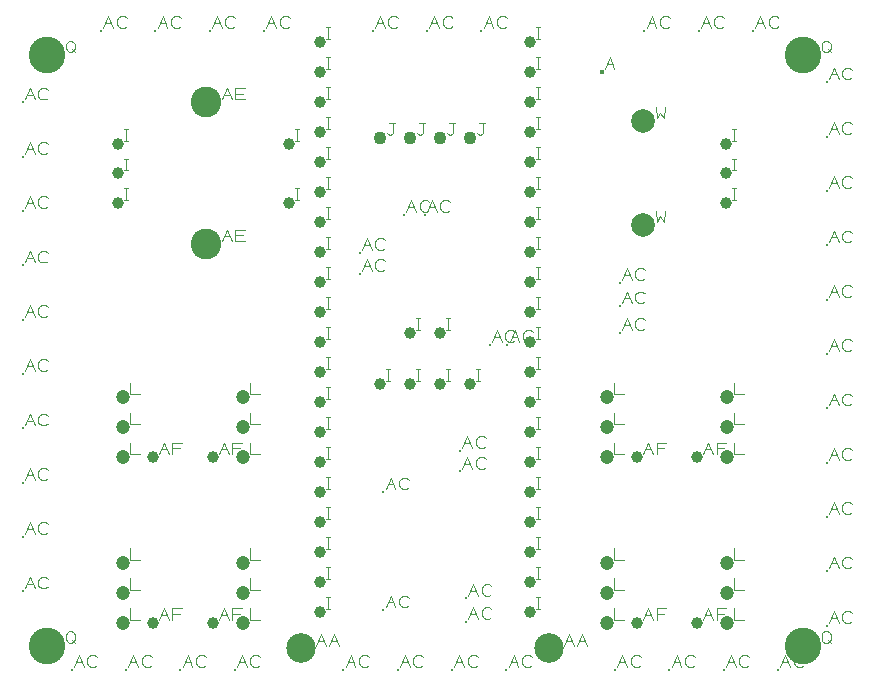
<source format=gbr>
G04 GENERATED BY PULSONIX 12.5 GERBER.DLL 9449*
G04 #@! TF.GenerationSoftware,Pulsonix,Pulsonix,12.5.9449*
G04 #@! TF.CreationDate,2025-01-20T21:22:03--1:00*
G04 #@! TF.Part,Single*
%FSLAX35Y35*%
%LPD*%
%MOMM*%
G04 #@! TF.FileFunction,Drillmap*
G04 #@! TF.FilePolarity,Positive*
G04 #@! TA.AperFunction,ComponentPad*
%ADD73C,2.00000*%
G04 #@! TA.AperFunction,ViaPad*
%ADD76C,0.30000*%
G04 #@! TD.AperFunction*
%ADD77C,0.10000*%
G04 #@! TA.AperFunction,ViaPad*
%ADD78C,0.40000*%
%ADD79C,3.10000*%
G04 #@! TA.AperFunction,ComponentPad*
%ADD80C,1.00000*%
%ADD81C,2.60000*%
%ADD82C,1.10000*%
%ADD83C,1.20000*%
%ADD84C,2.50000*%
G04 #@! TD.AperFunction*
X0Y0D02*
D02*
D73*
X5800000Y4185000D03*
Y5065000D03*
D02*
D76*
X545800Y1085000D03*
Y1545000D03*
Y2005000D03*
Y2465000D03*
Y2925000D03*
Y3385000D03*
Y3845000D03*
Y4305000D03*
Y4765000D03*
Y5225000D03*
X962008Y420800D03*
X1210000Y5829200D03*
X1422008Y420800D03*
X1670000Y5829200D03*
X1882008Y420800D03*
X2130000Y5829200D03*
X2342008Y420800D03*
X2590000Y5829200D03*
X3262008Y420800D03*
X3400000Y3775000D03*
Y3950000D03*
X3510000Y5829200D03*
X3600000Y925000D03*
Y1925000D03*
X3722008Y420800D03*
X3775000Y4275000D03*
X3950000D03*
X3970000Y5829200D03*
X4182008Y420800D03*
X4250000Y2100000D03*
Y2275000D03*
X4300000Y825000D03*
Y1025000D03*
X4430000Y5829200D03*
X4500000Y3175000D03*
X4642008Y420800D03*
X4650000Y3175000D03*
X5562008Y420800D03*
X5600000Y3275000D03*
Y3500000D03*
Y3700000D03*
X5810000Y5829200D03*
X6022008Y420800D03*
X6270000Y5829200D03*
X6482008Y420800D03*
X6730000Y5829200D03*
X6942008Y420800D03*
X7354200Y795558D03*
Y1255558D03*
Y1715558D03*
Y2175558D03*
Y2635558D03*
Y3095558D03*
Y3555558D03*
Y4015558D03*
Y4475558D03*
Y4935558D03*
Y5395558D03*
D02*
D77*
X565800Y1109706D02*
X606976Y1208529D01*
X648153Y1109706D01*
X582271Y1150882D02*
X631682Y1150882D01*
X761553Y1126176D02*
X753318Y1117941D01*
X736847Y1109706D01*
X712141D01*
X695671Y1117941D01*
X687435Y1126176D01*
X679200Y1142647D01*
Y1175588D01*
X687435Y1192059D01*
X695671Y1200294D01*
X712141Y1208529D01*
X736847D01*
X753318Y1200294D01*
X761553Y1192059D01*
X565800Y1569706D02*
X606976Y1668529D01*
X648153Y1569706D01*
X582271Y1610882D02*
X631682Y1610882D01*
X761553Y1586176D02*
X753318Y1577941D01*
X736847Y1569706D01*
X712141D01*
X695671Y1577941D01*
X687435Y1586176D01*
X679200Y1602647D01*
Y1635588D01*
X687435Y1652059D01*
X695671Y1660294D01*
X712141Y1668529D01*
X736847D01*
X753318Y1660294D01*
X761553Y1652059D01*
X565800Y2029706D02*
X606976Y2128529D01*
X648153Y2029706D01*
X582271Y2070882D02*
X631682Y2070882D01*
X761553Y2046176D02*
X753318Y2037941D01*
X736847Y2029706D01*
X712141D01*
X695671Y2037941D01*
X687435Y2046176D01*
X679200Y2062647D01*
Y2095588D01*
X687435Y2112059D01*
X695671Y2120294D01*
X712141Y2128529D01*
X736847D01*
X753318Y2120294D01*
X761553Y2112059D01*
X565800Y2489706D02*
X606976Y2588529D01*
X648153Y2489706D01*
X582271Y2530882D02*
X631682Y2530882D01*
X761553Y2506176D02*
X753318Y2497941D01*
X736847Y2489706D01*
X712141D01*
X695671Y2497941D01*
X687435Y2506176D01*
X679200Y2522647D01*
Y2555588D01*
X687435Y2572059D01*
X695671Y2580294D01*
X712141Y2588529D01*
X736847D01*
X753318Y2580294D01*
X761553Y2572059D01*
X565800Y2949706D02*
X606976Y3048529D01*
X648153Y2949706D01*
X582271Y2990882D02*
X631682Y2990882D01*
X761553Y2966176D02*
X753318Y2957941D01*
X736847Y2949706D01*
X712141D01*
X695671Y2957941D01*
X687435Y2966176D01*
X679200Y2982647D01*
Y3015588D01*
X687435Y3032059D01*
X695671Y3040294D01*
X712141Y3048529D01*
X736847D01*
X753318Y3040294D01*
X761553Y3032059D01*
X565800Y3409706D02*
X606976Y3508529D01*
X648153Y3409706D01*
X582271Y3450882D02*
X631682Y3450882D01*
X761553Y3426176D02*
X753318Y3417941D01*
X736847Y3409706D01*
X712141D01*
X695671Y3417941D01*
X687435Y3426176D01*
X679200Y3442647D01*
Y3475588D01*
X687435Y3492059D01*
X695671Y3500294D01*
X712141Y3508529D01*
X736847D01*
X753318Y3500294D01*
X761553Y3492059D01*
X565800Y3869706D02*
X606976Y3968529D01*
X648153Y3869706D01*
X582271Y3910882D02*
X631682Y3910882D01*
X761553Y3886176D02*
X753318Y3877941D01*
X736847Y3869706D01*
X712141D01*
X695671Y3877941D01*
X687435Y3886176D01*
X679200Y3902647D01*
Y3935588D01*
X687435Y3952059D01*
X695671Y3960294D01*
X712141Y3968529D01*
X736847D01*
X753318Y3960294D01*
X761553Y3952059D01*
X565800Y4329706D02*
X606976Y4428529D01*
X648153Y4329706D01*
X582271Y4370882D02*
X631682Y4370882D01*
X761553Y4346176D02*
X753318Y4337941D01*
X736847Y4329706D01*
X712141D01*
X695671Y4337941D01*
X687435Y4346176D01*
X679200Y4362647D01*
Y4395588D01*
X687435Y4412059D01*
X695671Y4420294D01*
X712141Y4428529D01*
X736847D01*
X753318Y4420294D01*
X761553Y4412059D01*
X565800Y4789706D02*
X606976Y4888529D01*
X648153Y4789706D01*
X582271Y4830882D02*
X631682Y4830882D01*
X761553Y4806176D02*
X753318Y4797941D01*
X736847Y4789706D01*
X712141D01*
X695671Y4797941D01*
X687435Y4806176D01*
X679200Y4822647D01*
Y4855588D01*
X687435Y4872059D01*
X695671Y4880294D01*
X712141Y4888529D01*
X736847D01*
X753318Y4880294D01*
X761553Y4872059D01*
X565800Y5249706D02*
X606976Y5348529D01*
X648153Y5249706D01*
X582271Y5290882D02*
X631682Y5290882D01*
X761553Y5266176D02*
X753318Y5257941D01*
X736847Y5249706D01*
X712141D01*
X695671Y5257941D01*
X687435Y5266176D01*
X679200Y5282647D01*
Y5315588D01*
X687435Y5332059D01*
X695671Y5340294D01*
X712141Y5348529D01*
X736847D01*
X753318Y5340294D01*
X761553Y5332059D01*
X910000Y682647D02*
X910000Y715588D01*
X918235Y732059D01*
X926471Y740294D01*
X942941Y748529D01*
X959412D01*
X975882Y740294D01*
X984118Y732059D01*
X992353Y715588D01*
Y682647D01*
X984118Y666176D01*
X975882Y657941D01*
X959412Y649706D01*
X942941D01*
X926471Y657941D01*
X918235Y666176D01*
X910000Y682647D01*
X967647Y674412D02*
X992353Y649706D01*
X910000Y5682647D02*
X910000Y5715588D01*
X918235Y5732059D01*
X926471Y5740294D01*
X942941Y5748529D01*
X959412D01*
X975882Y5740294D01*
X984118Y5732059D01*
X992353Y5715588D01*
Y5682647D01*
X984118Y5666176D01*
X975882Y5657941D01*
X959412Y5649706D01*
X942941D01*
X926471Y5657941D01*
X918235Y5666176D01*
X910000Y5682647D01*
X967647Y5674412D02*
X992353Y5649706D01*
X982008Y445506D02*
X1023184Y544329D01*
X1064361Y445506D01*
X998479Y486682D02*
X1047890Y486682D01*
X1177761Y461976D02*
X1169526Y453741D01*
X1153055Y445506D01*
X1128349D01*
X1111879Y453741D01*
X1103643Y461976D01*
X1095408Y478447D01*
Y511388D01*
X1103643Y527859D01*
X1111879Y536094D01*
X1128349Y544329D01*
X1153055D01*
X1169526Y536094D01*
X1177761Y527859D01*
X1230000Y5853906D02*
X1271176Y5952729D01*
X1312353Y5853906D01*
X1246471Y5895082D02*
X1295882Y5895082D01*
X1425753Y5870376D02*
X1417518Y5862141D01*
X1401047Y5853906D01*
X1376341D01*
X1359871Y5862141D01*
X1351635Y5870376D01*
X1343400Y5886847D01*
Y5919788D01*
X1351635Y5936259D01*
X1359871Y5944494D01*
X1376341Y5952729D01*
X1401047D01*
X1417518Y5944494D01*
X1425753Y5936259D01*
X1405000Y4399706D02*
X1437941Y4399706D01*
X1421471D02*
X1421471Y4498529D01*
X1405000D02*
X1437941Y4498529D01*
X1405000Y4649706D02*
X1437941Y4649706D01*
X1421471D02*
X1421471Y4748529D01*
X1405000D02*
X1437941Y4748529D01*
X1405000Y4899706D02*
X1437941Y4899706D01*
X1421471D02*
X1421471Y4998529D01*
X1405000D02*
X1437941Y4998529D01*
X1442008Y445506D02*
X1483184Y544329D01*
X1524361Y445506D01*
X1458479Y486682D02*
X1507890Y486682D01*
X1637761Y461976D02*
X1629526Y453741D01*
X1613055Y445506D01*
X1588349D01*
X1571879Y453741D01*
X1563643Y461976D01*
X1555408Y478447D01*
Y511388D01*
X1563643Y527859D01*
X1571879Y536094D01*
X1588349Y544329D01*
X1613055D01*
X1629526Y536094D01*
X1637761Y527859D01*
X1457000Y944529D02*
X1457000Y845706D01*
X1539353D01*
X1457000Y1198529D02*
X1457000Y1099706D01*
X1539353D01*
X1457000Y1452529D02*
X1457000Y1353706D01*
X1539353D01*
X1457000Y2344529D02*
X1457000Y2245706D01*
X1539353D01*
X1457000Y2598529D02*
X1457000Y2499706D01*
X1539353D01*
X1457000Y2852529D02*
X1457000Y2753706D01*
X1539353D01*
X1690000Y5853906D02*
X1731176Y5952729D01*
X1772353Y5853906D01*
X1706471Y5895082D02*
X1755882Y5895082D01*
X1885753Y5870376D02*
X1877518Y5862141D01*
X1861047Y5853906D01*
X1836341D01*
X1819871Y5862141D01*
X1811635Y5870376D01*
X1803400Y5886847D01*
Y5919788D01*
X1811635Y5936259D01*
X1819871Y5944494D01*
X1836341Y5952729D01*
X1861047D01*
X1877518Y5944494D01*
X1885753Y5936259D01*
X1701000Y845706D02*
X1742176Y944529D01*
X1783353Y845706D01*
X1717471Y886882D02*
X1766882Y886882D01*
X1814400Y845706D02*
X1814400Y944529D01*
X1896753D01*
X1880282Y895118D02*
X1814400Y895118D01*
X1701000Y2245706D02*
X1742176Y2344529D01*
X1783353Y2245706D01*
X1717471Y2286882D02*
X1766882Y2286882D01*
X1814400Y2245706D02*
X1814400Y2344529D01*
X1896753D01*
X1880282Y2295118D02*
X1814400Y2295118D01*
X1902008Y445506D02*
X1943184Y544329D01*
X1984361Y445506D01*
X1918479Y486682D02*
X1967890Y486682D01*
X2097761Y461976D02*
X2089526Y453741D01*
X2073055Y445506D01*
X2048349D01*
X2031879Y453741D01*
X2023643Y461976D01*
X2015408Y478447D01*
Y511388D01*
X2023643Y527859D01*
X2031879Y536094D01*
X2048349Y544329D01*
X2073055D01*
X2089526Y536094D01*
X2097761Y527859D01*
X2150000Y5853906D02*
X2191176Y5952729D01*
X2232353Y5853906D01*
X2166471Y5895082D02*
X2215882Y5895082D01*
X2345753Y5870376D02*
X2337518Y5862141D01*
X2321047Y5853906D01*
X2296341D01*
X2279871Y5862141D01*
X2271635Y5870376D01*
X2263400Y5886847D01*
Y5919788D01*
X2271635Y5936259D01*
X2279871Y5944494D01*
X2296341Y5952729D01*
X2321047D01*
X2337518Y5944494D01*
X2345753Y5936259D01*
X2209000Y845706D02*
X2250176Y944529D01*
X2291353Y845706D01*
X2225471Y886882D02*
X2274882Y886882D01*
X2322400Y845706D02*
X2322400Y944529D01*
X2404753D01*
X2388282Y895118D02*
X2322400Y895118D01*
X2209000Y2245706D02*
X2250176Y2344529D01*
X2291353Y2245706D01*
X2225471Y2286882D02*
X2274882Y2286882D01*
X2322400Y2245706D02*
X2322400Y2344529D01*
X2404753D01*
X2388282Y2295118D02*
X2322400Y2295118D01*
X2235000Y4049706D02*
X2276176Y4148529D01*
X2317353Y4049706D01*
X2251471Y4090882D02*
X2300882Y4090882D01*
X2348400Y4049706D02*
X2348400Y4148529D01*
X2430753D01*
X2414282Y4099118D02*
X2348400Y4099118D01*
Y4049706D02*
X2430753Y4049706D01*
X2235000Y5249706D02*
X2276176Y5348529D01*
X2317353Y5249706D01*
X2251471Y5290882D02*
X2300882Y5290882D01*
X2348400Y5249706D02*
X2348400Y5348529D01*
X2430753D01*
X2414282Y5299118D02*
X2348400Y5299118D01*
Y5249706D02*
X2430753Y5249706D01*
X2362008Y445506D02*
X2403184Y544329D01*
X2444361Y445506D01*
X2378479Y486682D02*
X2427890Y486682D01*
X2557761Y461976D02*
X2549526Y453741D01*
X2533055Y445506D01*
X2508349D01*
X2491879Y453741D01*
X2483643Y461976D01*
X2475408Y478447D01*
Y511388D01*
X2483643Y527859D01*
X2491879Y536094D01*
X2508349Y544329D01*
X2533055D01*
X2549526Y536094D01*
X2557761Y527859D01*
X2473000Y944529D02*
X2473000Y845706D01*
X2555353D01*
X2473000Y1198529D02*
X2473000Y1099706D01*
X2555353D01*
X2473000Y1452529D02*
X2473000Y1353706D01*
X2555353D01*
X2473000Y2344529D02*
X2473000Y2245706D01*
X2555353D01*
X2473000Y2598529D02*
X2473000Y2499706D01*
X2555353D01*
X2473000Y2852529D02*
X2473000Y2753706D01*
X2555353D01*
X2610000Y5853906D02*
X2651176Y5952729D01*
X2692353Y5853906D01*
X2626471Y5895082D02*
X2675882Y5895082D01*
X2805753Y5870376D02*
X2797518Y5862141D01*
X2781047Y5853906D01*
X2756341D01*
X2739871Y5862141D01*
X2731635Y5870376D01*
X2723400Y5886847D01*
Y5919788D01*
X2731635Y5936259D01*
X2739871Y5944494D01*
X2756341Y5952729D01*
X2781047D01*
X2797518Y5944494D01*
X2805753Y5936259D01*
X2855000Y4399706D02*
X2887941Y4399706D01*
X2871471D02*
X2871471Y4498529D01*
X2855000D02*
X2887941Y4498529D01*
X2855000Y4899706D02*
X2887941Y4899706D01*
X2871471D02*
X2871471Y4998529D01*
X2855000D02*
X2887941Y4998529D01*
X3030000Y626206D02*
X3071176Y725029D01*
X3112353Y626206D01*
X3046471Y667382D02*
X3095882Y667382D01*
X3143400Y626206D02*
X3184576Y725029D01*
X3225753Y626206D01*
X3159871Y667382D02*
X3209282Y667382D01*
X3116000Y936706D02*
X3148941Y936706D01*
X3132471D02*
X3132471Y1035529D01*
X3116000D02*
X3148941Y1035529D01*
X3116000Y1190706D02*
X3148941Y1190706D01*
X3132471D02*
X3132471Y1289529D01*
X3116000D02*
X3148941Y1289529D01*
X3116000Y1444706D02*
X3148941Y1444706D01*
X3132471D02*
X3132471Y1543529D01*
X3116000D02*
X3148941Y1543529D01*
X3116000Y1698706D02*
X3148941Y1698706D01*
X3132471D02*
X3132471Y1797529D01*
X3116000D02*
X3148941Y1797529D01*
X3116000Y1952706D02*
X3148941Y1952706D01*
X3132471D02*
X3132471Y2051529D01*
X3116000D02*
X3148941Y2051529D01*
X3116000Y2206706D02*
X3148941Y2206706D01*
X3132471D02*
X3132471Y2305529D01*
X3116000D02*
X3148941Y2305529D01*
X3116000Y2460706D02*
X3148941Y2460706D01*
X3132471D02*
X3132471Y2559529D01*
X3116000D02*
X3148941Y2559529D01*
X3116000Y2714706D02*
X3148941Y2714706D01*
X3132471D02*
X3132471Y2813529D01*
X3116000D02*
X3148941Y2813529D01*
X3116000Y2968706D02*
X3148941Y2968706D01*
X3132471D02*
X3132471Y3067529D01*
X3116000D02*
X3148941Y3067529D01*
X3116000Y3222706D02*
X3148941Y3222706D01*
X3132471D02*
X3132471Y3321529D01*
X3116000D02*
X3148941Y3321529D01*
X3116000Y3476706D02*
X3148941Y3476706D01*
X3132471D02*
X3132471Y3575529D01*
X3116000D02*
X3148941Y3575529D01*
X3116000Y3730706D02*
X3148941Y3730706D01*
X3132471D02*
X3132471Y3829529D01*
X3116000D02*
X3148941Y3829529D01*
X3116000Y3984706D02*
X3148941Y3984706D01*
X3132471D02*
X3132471Y4083529D01*
X3116000D02*
X3148941Y4083529D01*
X3116000Y4238706D02*
X3148941Y4238706D01*
X3132471D02*
X3132471Y4337529D01*
X3116000D02*
X3148941Y4337529D01*
X3116000Y4492706D02*
X3148941Y4492706D01*
X3132471D02*
X3132471Y4591529D01*
X3116000D02*
X3148941Y4591529D01*
X3116000Y4746706D02*
X3148941Y4746706D01*
X3132471D02*
X3132471Y4845529D01*
X3116000D02*
X3148941Y4845529D01*
X3116000Y5000706D02*
X3148941Y5000706D01*
X3132471D02*
X3132471Y5099529D01*
X3116000D02*
X3148941Y5099529D01*
X3116000Y5254706D02*
X3148941Y5254706D01*
X3132471D02*
X3132471Y5353529D01*
X3116000D02*
X3148941Y5353529D01*
X3116000Y5508706D02*
X3148941Y5508706D01*
X3132471D02*
X3132471Y5607529D01*
X3116000D02*
X3148941Y5607529D01*
X3116000Y5762706D02*
X3148941Y5762706D01*
X3132471D02*
X3132471Y5861529D01*
X3116000D02*
X3148941Y5861529D01*
X3282008Y445506D02*
X3323184Y544329D01*
X3364361Y445506D01*
X3298479Y486682D02*
X3347890Y486682D01*
X3477761Y461976D02*
X3469526Y453741D01*
X3453055Y445506D01*
X3428349D01*
X3411879Y453741D01*
X3403643Y461976D01*
X3395408Y478447D01*
Y511388D01*
X3403643Y527859D01*
X3411879Y536094D01*
X3428349Y544329D01*
X3453055D01*
X3469526Y536094D01*
X3477761Y527859D01*
X3420000Y3799706D02*
X3461176Y3898529D01*
X3502353Y3799706D01*
X3436471Y3840882D02*
X3485882Y3840882D01*
X3615753Y3816176D02*
X3607518Y3807941D01*
X3591047Y3799706D01*
X3566341D01*
X3549871Y3807941D01*
X3541635Y3816176D01*
X3533400Y3832647D01*
Y3865588D01*
X3541635Y3882059D01*
X3549871Y3890294D01*
X3566341Y3898529D01*
X3591047D01*
X3607518Y3890294D01*
X3615753Y3882059D01*
X3420000Y3974706D02*
X3461176Y4073529D01*
X3502353Y3974706D01*
X3436471Y4015882D02*
X3485882Y4015882D01*
X3615753Y3991176D02*
X3607518Y3982941D01*
X3591047Y3974706D01*
X3566341D01*
X3549871Y3982941D01*
X3541635Y3991176D01*
X3533400Y4007647D01*
Y4040588D01*
X3541635Y4057059D01*
X3549871Y4065294D01*
X3566341Y4073529D01*
X3591047D01*
X3607518Y4065294D01*
X3615753Y4057059D01*
X3530000Y5853906D02*
X3571176Y5952729D01*
X3612353Y5853906D01*
X3546471Y5895082D02*
X3595882Y5895082D01*
X3725753Y5870376D02*
X3717518Y5862141D01*
X3701047Y5853906D01*
X3676341D01*
X3659871Y5862141D01*
X3651635Y5870376D01*
X3643400Y5886847D01*
Y5919788D01*
X3651635Y5936259D01*
X3659871Y5944494D01*
X3676341Y5952729D01*
X3701047D01*
X3717518Y5944494D01*
X3725753Y5936259D01*
X3620000Y949706D02*
X3661176Y1048529D01*
X3702353Y949706D01*
X3636471Y990882D02*
X3685882Y990882D01*
X3815753Y966176D02*
X3807518Y957941D01*
X3791047Y949706D01*
X3766341D01*
X3749871Y957941D01*
X3741635Y966176D01*
X3733400Y982647D01*
Y1015588D01*
X3741635Y1032059D01*
X3749871Y1040294D01*
X3766341Y1048529D01*
X3791047D01*
X3807518Y1040294D01*
X3815753Y1032059D01*
X3620000Y1949706D02*
X3661176Y2048529D01*
X3702353Y1949706D01*
X3636471Y1990882D02*
X3685882Y1990882D01*
X3815753Y1966176D02*
X3807518Y1957941D01*
X3791047Y1949706D01*
X3766341D01*
X3749871Y1957941D01*
X3741635Y1966176D01*
X3733400Y1982647D01*
Y2015588D01*
X3741635Y2032059D01*
X3749871Y2040294D01*
X3766341Y2048529D01*
X3791047D01*
X3807518Y2040294D01*
X3815753Y2032059D01*
X3624000Y2866206D02*
X3656941Y2866206D01*
X3640471D02*
X3640471Y2965029D01*
X3624000D02*
X3656941Y2965029D01*
X3629000Y4966176D02*
X3637235Y4957941D01*
X3653706Y4949706D01*
X3670176Y4957941D01*
X3678412Y4966176D01*
Y5048529D01*
X3694882D01*
X3678412D02*
X3645471Y5048529D01*
X3742008Y445506D02*
X3783184Y544329D01*
X3824361Y445506D01*
X3758479Y486682D02*
X3807890Y486682D01*
X3937761Y461976D02*
X3929526Y453741D01*
X3913055Y445506D01*
X3888349D01*
X3871879Y453741D01*
X3863643Y461976D01*
X3855408Y478447D01*
Y511388D01*
X3863643Y527859D01*
X3871879Y536094D01*
X3888349Y544329D01*
X3913055D01*
X3929526Y536094D01*
X3937761Y527859D01*
X3795000Y4299706D02*
X3836176Y4398529D01*
X3877353Y4299706D01*
X3811471Y4340882D02*
X3860882Y4340882D01*
X3990753Y4316176D02*
X3982518Y4307941D01*
X3966047Y4299706D01*
X3941341D01*
X3924871Y4307941D01*
X3916635Y4316176D01*
X3908400Y4332647D01*
Y4365588D01*
X3916635Y4382059D01*
X3924871Y4390294D01*
X3941341Y4398529D01*
X3966047D01*
X3982518Y4390294D01*
X3990753Y4382059D01*
X3878000Y2866206D02*
X3910941Y2866206D01*
X3894471D02*
X3894471Y2965029D01*
X3878000D02*
X3910941Y2965029D01*
X3878000Y3299706D02*
X3910941Y3299706D01*
X3894471D02*
X3894471Y3398529D01*
X3878000D02*
X3910941Y3398529D01*
X3883000Y4966176D02*
X3891235Y4957941D01*
X3907706Y4949706D01*
X3924176Y4957941D01*
X3932412Y4966176D01*
Y5048529D01*
X3948882D01*
X3932412D02*
X3899471Y5048529D01*
X3970000Y4299706D02*
X4011176Y4398529D01*
X4052353Y4299706D01*
X3986471Y4340882D02*
X4035882Y4340882D01*
X4165753Y4316176D02*
X4157518Y4307941D01*
X4141047Y4299706D01*
X4116341D01*
X4099871Y4307941D01*
X4091635Y4316176D01*
X4083400Y4332647D01*
Y4365588D01*
X4091635Y4382059D01*
X4099871Y4390294D01*
X4116341Y4398529D01*
X4141047D01*
X4157518Y4390294D01*
X4165753Y4382059D01*
X3990000Y5853906D02*
X4031176Y5952729D01*
X4072353Y5853906D01*
X4006471Y5895082D02*
X4055882Y5895082D01*
X4185753Y5870376D02*
X4177518Y5862141D01*
X4161047Y5853906D01*
X4136341D01*
X4119871Y5862141D01*
X4111635Y5870376D01*
X4103400Y5886847D01*
Y5919788D01*
X4111635Y5936259D01*
X4119871Y5944494D01*
X4136341Y5952729D01*
X4161047D01*
X4177518Y5944494D01*
X4185753Y5936259D01*
X4132000Y2866206D02*
X4164941Y2866206D01*
X4148471D02*
X4148471Y2965029D01*
X4132000D02*
X4164941Y2965029D01*
X4132000Y3299706D02*
X4164941Y3299706D01*
X4148471D02*
X4148471Y3398529D01*
X4132000D02*
X4164941Y3398529D01*
X4137000Y4966176D02*
X4145235Y4957941D01*
X4161706Y4949706D01*
X4178176Y4957941D01*
X4186412Y4966176D01*
Y5048529D01*
X4202882D01*
X4186412D02*
X4153471Y5048529D01*
X4202008Y445506D02*
X4243184Y544329D01*
X4284361Y445506D01*
X4218479Y486682D02*
X4267890Y486682D01*
X4397761Y461976D02*
X4389526Y453741D01*
X4373055Y445506D01*
X4348349D01*
X4331879Y453741D01*
X4323643Y461976D01*
X4315408Y478447D01*
Y511388D01*
X4323643Y527859D01*
X4331879Y536094D01*
X4348349Y544329D01*
X4373055D01*
X4389526Y536094D01*
X4397761Y527859D01*
X4270000Y2124706D02*
X4311176Y2223529D01*
X4352353Y2124706D01*
X4286471Y2165882D02*
X4335882Y2165882D01*
X4465753Y2141176D02*
X4457518Y2132941D01*
X4441047Y2124706D01*
X4416341D01*
X4399871Y2132941D01*
X4391635Y2141176D01*
X4383400Y2157647D01*
Y2190588D01*
X4391635Y2207059D01*
X4399871Y2215294D01*
X4416341Y2223529D01*
X4441047D01*
X4457518Y2215294D01*
X4465753Y2207059D01*
X4270000Y2299706D02*
X4311176Y2398529D01*
X4352353Y2299706D01*
X4286471Y2340882D02*
X4335882Y2340882D01*
X4465753Y2316176D02*
X4457518Y2307941D01*
X4441047Y2299706D01*
X4416341D01*
X4399871Y2307941D01*
X4391635Y2316176D01*
X4383400Y2332647D01*
Y2365588D01*
X4391635Y2382059D01*
X4399871Y2390294D01*
X4416341Y2398529D01*
X4441047D01*
X4457518Y2390294D01*
X4465753Y2382059D01*
X4320000Y849706D02*
X4361176Y948529D01*
X4402353Y849706D01*
X4336471Y890882D02*
X4385882Y890882D01*
X4515753Y866176D02*
X4507518Y857941D01*
X4491047Y849706D01*
X4466341D01*
X4449871Y857941D01*
X4441635Y866176D01*
X4433400Y882647D01*
Y915588D01*
X4441635Y932059D01*
X4449871Y940294D01*
X4466341Y948529D01*
X4491047D01*
X4507518Y940294D01*
X4515753Y932059D01*
X4320000Y1049706D02*
X4361176Y1148529D01*
X4402353Y1049706D01*
X4336471Y1090882D02*
X4385882Y1090882D01*
X4515753Y1066176D02*
X4507518Y1057941D01*
X4491047Y1049706D01*
X4466341D01*
X4449871Y1057941D01*
X4441635Y1066176D01*
X4433400Y1082647D01*
Y1115588D01*
X4441635Y1132059D01*
X4449871Y1140294D01*
X4466341Y1148529D01*
X4491047D01*
X4507518Y1140294D01*
X4515753Y1132059D01*
X4386000Y2866206D02*
X4418941Y2866206D01*
X4402471D02*
X4402471Y2965029D01*
X4386000D02*
X4418941Y2965029D01*
X4391000Y4966176D02*
X4399235Y4957941D01*
X4415706Y4949706D01*
X4432176Y4957941D01*
X4440412Y4966176D01*
Y5048529D01*
X4456882D01*
X4440412D02*
X4407471Y5048529D01*
X4450000Y5853906D02*
X4491176Y5952729D01*
X4532353Y5853906D01*
X4466471Y5895082D02*
X4515882Y5895082D01*
X4645753Y5870376D02*
X4637518Y5862141D01*
X4621047Y5853906D01*
X4596341D01*
X4579871Y5862141D01*
X4571635Y5870376D01*
X4563400Y5886847D01*
Y5919788D01*
X4571635Y5936259D01*
X4579871Y5944494D01*
X4596341Y5952729D01*
X4621047D01*
X4637518Y5944494D01*
X4645753Y5936259D01*
X4520000Y3199706D02*
X4561176Y3298529D01*
X4602353Y3199706D01*
X4536471Y3240882D02*
X4585882Y3240882D01*
X4715753Y3216176D02*
X4707518Y3207941D01*
X4691047Y3199706D01*
X4666341D01*
X4649871Y3207941D01*
X4641635Y3216176D01*
X4633400Y3232647D01*
Y3265588D01*
X4641635Y3282059D01*
X4649871Y3290294D01*
X4666341Y3298529D01*
X4691047D01*
X4707518Y3290294D01*
X4715753Y3282059D01*
X4662008Y445506D02*
X4703184Y544329D01*
X4744361Y445506D01*
X4678479Y486682D02*
X4727890Y486682D01*
X4857761Y461976D02*
X4849526Y453741D01*
X4833055Y445506D01*
X4808349D01*
X4791879Y453741D01*
X4783643Y461976D01*
X4775408Y478447D01*
Y511388D01*
X4783643Y527859D01*
X4791879Y536094D01*
X4808349Y544329D01*
X4833055D01*
X4849526Y536094D01*
X4857761Y527859D01*
X4670000Y3199706D02*
X4711176Y3298529D01*
X4752353Y3199706D01*
X4686471Y3240882D02*
X4735882Y3240882D01*
X4865753Y3216176D02*
X4857518Y3207941D01*
X4841047Y3199706D01*
X4816341D01*
X4799871Y3207941D01*
X4791635Y3216176D01*
X4783400Y3232647D01*
Y3265588D01*
X4791635Y3282059D01*
X4799871Y3290294D01*
X4816341Y3298529D01*
X4841047D01*
X4857518Y3290294D01*
X4865753Y3282059D01*
X4894000Y936706D02*
X4926941Y936706D01*
X4910471D02*
X4910471Y1035529D01*
X4894000D02*
X4926941Y1035529D01*
X4894000Y1190706D02*
X4926941Y1190706D01*
X4910471D02*
X4910471Y1289529D01*
X4894000D02*
X4926941Y1289529D01*
X4894000Y1444706D02*
X4926941Y1444706D01*
X4910471D02*
X4910471Y1543529D01*
X4894000D02*
X4926941Y1543529D01*
X4894000Y1698706D02*
X4926941Y1698706D01*
X4910471D02*
X4910471Y1797529D01*
X4894000D02*
X4926941Y1797529D01*
X4894000Y1952706D02*
X4926941Y1952706D01*
X4910471D02*
X4910471Y2051529D01*
X4894000D02*
X4926941Y2051529D01*
X4894000Y2206706D02*
X4926941Y2206706D01*
X4910471D02*
X4910471Y2305529D01*
X4894000D02*
X4926941Y2305529D01*
X4894000Y2460706D02*
X4926941Y2460706D01*
X4910471D02*
X4910471Y2559529D01*
X4894000D02*
X4926941Y2559529D01*
X4894000Y2714706D02*
X4926941Y2714706D01*
X4910471D02*
X4910471Y2813529D01*
X4894000D02*
X4926941Y2813529D01*
X4894000Y2968706D02*
X4926941Y2968706D01*
X4910471D02*
X4910471Y3067529D01*
X4894000D02*
X4926941Y3067529D01*
X4894000Y3222706D02*
X4926941Y3222706D01*
X4910471D02*
X4910471Y3321529D01*
X4894000D02*
X4926941Y3321529D01*
X4894000Y3476706D02*
X4926941Y3476706D01*
X4910471D02*
X4910471Y3575529D01*
X4894000D02*
X4926941Y3575529D01*
X4894000Y3730706D02*
X4926941Y3730706D01*
X4910471D02*
X4910471Y3829529D01*
X4894000D02*
X4926941Y3829529D01*
X4894000Y3984706D02*
X4926941Y3984706D01*
X4910471D02*
X4910471Y4083529D01*
X4894000D02*
X4926941Y4083529D01*
X4894000Y4238706D02*
X4926941Y4238706D01*
X4910471D02*
X4910471Y4337529D01*
X4894000D02*
X4926941Y4337529D01*
X4894000Y4492706D02*
X4926941Y4492706D01*
X4910471D02*
X4910471Y4591529D01*
X4894000D02*
X4926941Y4591529D01*
X4894000Y4746706D02*
X4926941Y4746706D01*
X4910471D02*
X4910471Y4845529D01*
X4894000D02*
X4926941Y4845529D01*
X4894000Y5000706D02*
X4926941Y5000706D01*
X4910471D02*
X4910471Y5099529D01*
X4894000D02*
X4926941Y5099529D01*
X4894000Y5254706D02*
X4926941Y5254706D01*
X4910471D02*
X4910471Y5353529D01*
X4894000D02*
X4926941Y5353529D01*
X4894000Y5508706D02*
X4926941Y5508706D01*
X4910471D02*
X4910471Y5607529D01*
X4894000D02*
X4926941Y5607529D01*
X4894000Y5762706D02*
X4926941Y5762706D01*
X4910471D02*
X4910471Y5861529D01*
X4894000D02*
X4926941Y5861529D01*
X5130000Y626206D02*
X5171176Y725029D01*
X5212353Y626206D01*
X5146471Y667382D02*
X5195882Y667382D01*
X5243400Y626206D02*
X5284576Y725029D01*
X5325753Y626206D01*
X5259871Y667382D02*
X5309282Y667382D01*
X5475000Y5508706D02*
X5516176Y5607529D01*
X5557353Y5508706D01*
X5491471Y5549882D02*
X5540882Y5549882D01*
X5557000Y944529D02*
X5557000Y845706D01*
X5639353D01*
X5557000Y1198529D02*
X5557000Y1099706D01*
X5639353D01*
X5557000Y1452529D02*
X5557000Y1353706D01*
X5639353D01*
X5557000Y2344529D02*
X5557000Y2245706D01*
X5639353D01*
X5557000Y2598529D02*
X5557000Y2499706D01*
X5639353D01*
X5557000Y2852529D02*
X5557000Y2753706D01*
X5639353D01*
X5582008Y445506D02*
X5623184Y544329D01*
X5664361Y445506D01*
X5598479Y486682D02*
X5647890Y486682D01*
X5777761Y461976D02*
X5769526Y453741D01*
X5753055Y445506D01*
X5728349D01*
X5711879Y453741D01*
X5703643Y461976D01*
X5695408Y478447D01*
Y511388D01*
X5703643Y527859D01*
X5711879Y536094D01*
X5728349Y544329D01*
X5753055D01*
X5769526Y536094D01*
X5777761Y527859D01*
X5620000Y3299706D02*
X5661176Y3398529D01*
X5702353Y3299706D01*
X5636471Y3340882D02*
X5685882Y3340882D01*
X5815753Y3316176D02*
X5807518Y3307941D01*
X5791047Y3299706D01*
X5766341D01*
X5749871Y3307941D01*
X5741635Y3316176D01*
X5733400Y3332647D01*
Y3365588D01*
X5741635Y3382059D01*
X5749871Y3390294D01*
X5766341Y3398529D01*
X5791047D01*
X5807518Y3390294D01*
X5815753Y3382059D01*
X5620000Y3524706D02*
X5661176Y3623529D01*
X5702353Y3524706D01*
X5636471Y3565882D02*
X5685882Y3565882D01*
X5815753Y3541176D02*
X5807518Y3532941D01*
X5791047Y3524706D01*
X5766341D01*
X5749871Y3532941D01*
X5741635Y3541176D01*
X5733400Y3557647D01*
Y3590588D01*
X5741635Y3607059D01*
X5749871Y3615294D01*
X5766341Y3623529D01*
X5791047D01*
X5807518Y3615294D01*
X5815753Y3607059D01*
X5620000Y3724706D02*
X5661176Y3823529D01*
X5702353Y3724706D01*
X5636471Y3765882D02*
X5685882Y3765882D01*
X5815753Y3741176D02*
X5807518Y3732941D01*
X5791047Y3724706D01*
X5766341D01*
X5749871Y3732941D01*
X5741635Y3741176D01*
X5733400Y3757647D01*
Y3790588D01*
X5741635Y3807059D01*
X5749871Y3815294D01*
X5766341Y3823529D01*
X5791047D01*
X5807518Y3815294D01*
X5815753Y3807059D01*
X5801000Y845706D02*
X5842176Y944529D01*
X5883353Y845706D01*
X5817471Y886882D02*
X5866882Y886882D01*
X5914400Y845706D02*
X5914400Y944529D01*
X5996753D01*
X5980282Y895118D02*
X5914400Y895118D01*
X5801000Y2245706D02*
X5842176Y2344529D01*
X5883353Y2245706D01*
X5817471Y2286882D02*
X5866882Y2286882D01*
X5914400Y2245706D02*
X5914400Y2344529D01*
X5996753D01*
X5980282Y2295118D02*
X5914400Y2295118D01*
X5830000Y5853906D02*
X5871176Y5952729D01*
X5912353Y5853906D01*
X5846471Y5895082D02*
X5895882Y5895082D01*
X6025753Y5870376D02*
X6017518Y5862141D01*
X6001047Y5853906D01*
X5976341D01*
X5959871Y5862141D01*
X5951635Y5870376D01*
X5943400Y5886847D01*
Y5919788D01*
X5951635Y5936259D01*
X5959871Y5944494D01*
X5976341Y5952729D01*
X6001047D01*
X6017518Y5944494D01*
X6025753Y5936259D01*
X5905000Y4308529D02*
X5913235Y4209706D01*
X5946176Y4259118D01*
X5979118Y4209706D01*
X5987353Y4308529D01*
X5905000Y5188529D02*
X5913235Y5089706D01*
X5946176Y5139118D01*
X5979118Y5089706D01*
X5987353Y5188529D01*
X6042008Y445506D02*
X6083184Y544329D01*
X6124361Y445506D01*
X6058479Y486682D02*
X6107890Y486682D01*
X6237761Y461976D02*
X6229526Y453741D01*
X6213055Y445506D01*
X6188349D01*
X6171879Y453741D01*
X6163643Y461976D01*
X6155408Y478447D01*
Y511388D01*
X6163643Y527859D01*
X6171879Y536094D01*
X6188349Y544329D01*
X6213055D01*
X6229526Y536094D01*
X6237761Y527859D01*
X6290000Y5853906D02*
X6331176Y5952729D01*
X6372353Y5853906D01*
X6306471Y5895082D02*
X6355882Y5895082D01*
X6485753Y5870376D02*
X6477518Y5862141D01*
X6461047Y5853906D01*
X6436341D01*
X6419871Y5862141D01*
X6411635Y5870376D01*
X6403400Y5886847D01*
Y5919788D01*
X6411635Y5936259D01*
X6419871Y5944494D01*
X6436341Y5952729D01*
X6461047D01*
X6477518Y5944494D01*
X6485753Y5936259D01*
X6309000Y845706D02*
X6350176Y944529D01*
X6391353Y845706D01*
X6325471Y886882D02*
X6374882Y886882D01*
X6422400Y845706D02*
X6422400Y944529D01*
X6504753D01*
X6488282Y895118D02*
X6422400Y895118D01*
X6309000Y2245706D02*
X6350176Y2344529D01*
X6391353Y2245706D01*
X6325471Y2286882D02*
X6374882Y2286882D01*
X6422400Y2245706D02*
X6422400Y2344529D01*
X6504753D01*
X6488282Y2295118D02*
X6422400Y2295118D01*
X6502008Y445506D02*
X6543184Y544329D01*
X6584361Y445506D01*
X6518479Y486682D02*
X6567890Y486682D01*
X6697761Y461976D02*
X6689526Y453741D01*
X6673055Y445506D01*
X6648349D01*
X6631879Y453741D01*
X6623643Y461976D01*
X6615408Y478447D01*
Y511388D01*
X6623643Y527859D01*
X6631879Y536094D01*
X6648349Y544329D01*
X6673055D01*
X6689526Y536094D01*
X6697761Y527859D01*
X6555000Y4399706D02*
X6587941Y4399706D01*
X6571471D02*
X6571471Y4498529D01*
X6555000D02*
X6587941Y4498529D01*
X6555000Y4649706D02*
X6587941Y4649706D01*
X6571471D02*
X6571471Y4748529D01*
X6555000D02*
X6587941Y4748529D01*
X6555000Y4899706D02*
X6587941Y4899706D01*
X6571471D02*
X6571471Y4998529D01*
X6555000D02*
X6587941Y4998529D01*
X6573000Y944529D02*
X6573000Y845706D01*
X6655353D01*
X6573000Y1198529D02*
X6573000Y1099706D01*
X6655353D01*
X6573000Y1452529D02*
X6573000Y1353706D01*
X6655353D01*
X6573000Y2344529D02*
X6573000Y2245706D01*
X6655353D01*
X6573000Y2598529D02*
X6573000Y2499706D01*
X6655353D01*
X6573000Y2852529D02*
X6573000Y2753706D01*
X6655353D01*
X6750000Y5853906D02*
X6791176Y5952729D01*
X6832353Y5853906D01*
X6766471Y5895082D02*
X6815882Y5895082D01*
X6945753Y5870376D02*
X6937518Y5862141D01*
X6921047Y5853906D01*
X6896341D01*
X6879871Y5862141D01*
X6871635Y5870376D01*
X6863400Y5886847D01*
Y5919788D01*
X6871635Y5936259D01*
X6879871Y5944494D01*
X6896341Y5952729D01*
X6921047D01*
X6937518Y5944494D01*
X6945753Y5936259D01*
X6962008Y445506D02*
X7003184Y544329D01*
X7044361Y445506D01*
X6978479Y486682D02*
X7027890Y486682D01*
X7157761Y461976D02*
X7149526Y453741D01*
X7133055Y445506D01*
X7108349D01*
X7091879Y453741D01*
X7083643Y461976D01*
X7075408Y478447D01*
Y511388D01*
X7083643Y527859D01*
X7091879Y536094D01*
X7108349Y544329D01*
X7133055D01*
X7149526Y536094D01*
X7157761Y527859D01*
X7310000Y682647D02*
X7310000Y715588D01*
X7318235Y732059D01*
X7326471Y740294D01*
X7342941Y748529D01*
X7359412D01*
X7375882Y740294D01*
X7384118Y732059D01*
X7392353Y715588D01*
Y682647D01*
X7384118Y666176D01*
X7375882Y657941D01*
X7359412Y649706D01*
X7342941D01*
X7326471Y657941D01*
X7318235Y666176D01*
X7310000Y682647D01*
X7367647Y674412D02*
X7392353Y649706D01*
X7310000Y5682647D02*
X7310000Y5715588D01*
X7318235Y5732059D01*
X7326471Y5740294D01*
X7342941Y5748529D01*
X7359412D01*
X7375882Y5740294D01*
X7384118Y5732059D01*
X7392353Y5715588D01*
Y5682647D01*
X7384118Y5666176D01*
X7375882Y5657941D01*
X7359412Y5649706D01*
X7342941D01*
X7326471Y5657941D01*
X7318235Y5666176D01*
X7310000Y5682647D01*
X7367647Y5674412D02*
X7392353Y5649706D01*
X7374200Y820264D02*
X7415376Y919087D01*
X7456553Y820264D01*
X7390671Y861440D02*
X7440082Y861440D01*
X7569953Y836734D02*
X7561718Y828499D01*
X7545247Y820264D01*
X7520541D01*
X7504071Y828499D01*
X7495835Y836734D01*
X7487600Y853205D01*
Y886146D01*
X7495835Y902617D01*
X7504071Y910852D01*
X7520541Y919087D01*
X7545247D01*
X7561718Y910852D01*
X7569953Y902617D01*
X7374200Y1280264D02*
X7415376Y1379087D01*
X7456553Y1280264D01*
X7390671Y1321440D02*
X7440082Y1321440D01*
X7569953Y1296734D02*
X7561718Y1288499D01*
X7545247Y1280264D01*
X7520541D01*
X7504071Y1288499D01*
X7495835Y1296734D01*
X7487600Y1313205D01*
Y1346146D01*
X7495835Y1362617D01*
X7504071Y1370852D01*
X7520541Y1379087D01*
X7545247D01*
X7561718Y1370852D01*
X7569953Y1362617D01*
X7374200Y1740264D02*
X7415376Y1839087D01*
X7456553Y1740264D01*
X7390671Y1781440D02*
X7440082Y1781440D01*
X7569953Y1756734D02*
X7561718Y1748499D01*
X7545247Y1740264D01*
X7520541D01*
X7504071Y1748499D01*
X7495835Y1756734D01*
X7487600Y1773205D01*
Y1806146D01*
X7495835Y1822617D01*
X7504071Y1830852D01*
X7520541Y1839087D01*
X7545247D01*
X7561718Y1830852D01*
X7569953Y1822617D01*
X7374200Y2200264D02*
X7415376Y2299087D01*
X7456553Y2200264D01*
X7390671Y2241440D02*
X7440082Y2241440D01*
X7569953Y2216734D02*
X7561718Y2208499D01*
X7545247Y2200264D01*
X7520541D01*
X7504071Y2208499D01*
X7495835Y2216734D01*
X7487600Y2233205D01*
Y2266146D01*
X7495835Y2282617D01*
X7504071Y2290852D01*
X7520541Y2299087D01*
X7545247D01*
X7561718Y2290852D01*
X7569953Y2282617D01*
X7374200Y2660264D02*
X7415376Y2759087D01*
X7456553Y2660264D01*
X7390671Y2701440D02*
X7440082Y2701440D01*
X7569953Y2676734D02*
X7561718Y2668499D01*
X7545247Y2660264D01*
X7520541D01*
X7504071Y2668499D01*
X7495835Y2676734D01*
X7487600Y2693205D01*
Y2726146D01*
X7495835Y2742617D01*
X7504071Y2750852D01*
X7520541Y2759087D01*
X7545247D01*
X7561718Y2750852D01*
X7569953Y2742617D01*
X7374200Y3120264D02*
X7415376Y3219087D01*
X7456553Y3120264D01*
X7390671Y3161440D02*
X7440082Y3161440D01*
X7569953Y3136734D02*
X7561718Y3128499D01*
X7545247Y3120264D01*
X7520541D01*
X7504071Y3128499D01*
X7495835Y3136734D01*
X7487600Y3153205D01*
Y3186146D01*
X7495835Y3202617D01*
X7504071Y3210852D01*
X7520541Y3219087D01*
X7545247D01*
X7561718Y3210852D01*
X7569953Y3202617D01*
X7374200Y3580264D02*
X7415376Y3679087D01*
X7456553Y3580264D01*
X7390671Y3621440D02*
X7440082Y3621440D01*
X7569953Y3596734D02*
X7561718Y3588499D01*
X7545247Y3580264D01*
X7520541D01*
X7504071Y3588499D01*
X7495835Y3596734D01*
X7487600Y3613205D01*
Y3646146D01*
X7495835Y3662617D01*
X7504071Y3670852D01*
X7520541Y3679087D01*
X7545247D01*
X7561718Y3670852D01*
X7569953Y3662617D01*
X7374200Y4040264D02*
X7415376Y4139087D01*
X7456553Y4040264D01*
X7390671Y4081440D02*
X7440082Y4081440D01*
X7569953Y4056734D02*
X7561718Y4048499D01*
X7545247Y4040264D01*
X7520541D01*
X7504071Y4048499D01*
X7495835Y4056734D01*
X7487600Y4073205D01*
Y4106146D01*
X7495835Y4122617D01*
X7504071Y4130852D01*
X7520541Y4139087D01*
X7545247D01*
X7561718Y4130852D01*
X7569953Y4122617D01*
X7374200Y4500264D02*
X7415376Y4599087D01*
X7456553Y4500264D01*
X7390671Y4541440D02*
X7440082Y4541440D01*
X7569953Y4516734D02*
X7561718Y4508499D01*
X7545247Y4500264D01*
X7520541D01*
X7504071Y4508499D01*
X7495835Y4516734D01*
X7487600Y4533205D01*
Y4566146D01*
X7495835Y4582617D01*
X7504071Y4590852D01*
X7520541Y4599087D01*
X7545247D01*
X7561718Y4590852D01*
X7569953Y4582617D01*
X7374200Y4960264D02*
X7415376Y5059087D01*
X7456553Y4960264D01*
X7390671Y5001440D02*
X7440082Y5001440D01*
X7569953Y4976734D02*
X7561718Y4968499D01*
X7545247Y4960264D01*
X7520541D01*
X7504071Y4968499D01*
X7495835Y4976734D01*
X7487600Y4993205D01*
Y5026146D01*
X7495835Y5042617D01*
X7504071Y5050852D01*
X7520541Y5059087D01*
X7545247D01*
X7561718Y5050852D01*
X7569953Y5042617D01*
X7374200Y5420264D02*
X7415376Y5519087D01*
X7456553Y5420264D01*
X7390671Y5461440D02*
X7440082Y5461440D01*
X7569953Y5436734D02*
X7561718Y5428499D01*
X7545247Y5420264D01*
X7520541D01*
X7504071Y5428499D01*
X7495835Y5436734D01*
X7487600Y5453205D01*
Y5486146D01*
X7495835Y5502617D01*
X7504071Y5510852D01*
X7520541Y5519087D01*
X7545247D01*
X7561718Y5510852D01*
X7569953Y5502617D01*
D02*
D78*
X5450000Y5484000D03*
D02*
D79*
X750000Y625000D03*
Y5625000D03*
X7150000Y625000D03*
Y5625000D03*
D02*
D80*
X1350000Y4375000D03*
Y4625000D03*
Y4875000D03*
X1646000Y821000D03*
Y2221000D03*
X2154000Y821000D03*
Y2221000D03*
X2800000Y4375000D03*
Y4875000D03*
X3061000Y912000D03*
Y1166000D03*
Y1420000D03*
Y1674000D03*
Y1928000D03*
Y2182000D03*
Y2436000D03*
Y2690000D03*
Y2944000D03*
Y3198000D03*
Y3452000D03*
Y3706000D03*
Y3960000D03*
Y4214000D03*
Y4468000D03*
Y4722000D03*
Y4976000D03*
Y5230000D03*
Y5484000D03*
Y5738000D03*
X3569000Y2841500D03*
X3823000D03*
Y3275000D03*
X4077000Y2841500D03*
Y3275000D03*
X4331000Y2841500D03*
X4839000Y912000D03*
Y1166000D03*
Y1420000D03*
Y1674000D03*
Y1928000D03*
Y2182000D03*
Y2436000D03*
Y2690000D03*
Y2944000D03*
Y3198000D03*
Y3452000D03*
Y3706000D03*
Y3960000D03*
Y4214000D03*
Y4468000D03*
Y4722000D03*
Y4976000D03*
Y5230000D03*
Y5484000D03*
Y5738000D03*
X5746000Y821000D03*
Y2221000D03*
X6254000Y821000D03*
Y2221000D03*
X6500000Y4375000D03*
Y4625000D03*
Y4875000D03*
D02*
D81*
X2100000Y4025000D03*
Y5225000D03*
D02*
D82*
X3569000Y4925000D03*
X3823000D03*
X4077000D03*
X4331000D03*
D02*
D83*
X1392000Y821000D03*
Y1075000D03*
Y1329000D03*
Y2221000D03*
Y2475000D03*
Y2729000D03*
X2408000Y821000D03*
Y1075000D03*
Y1329000D03*
Y2221000D03*
Y2475000D03*
Y2729000D03*
X5492000Y821000D03*
Y1075000D03*
Y1329000D03*
Y2221000D03*
Y2475000D03*
Y2729000D03*
X6508000Y821000D03*
Y1075000D03*
Y1329000D03*
Y2221000D03*
Y2475000D03*
Y2729000D03*
D02*
D84*
X2900000Y601500D03*
X5000000D03*
X0Y0D02*
M02*

</source>
